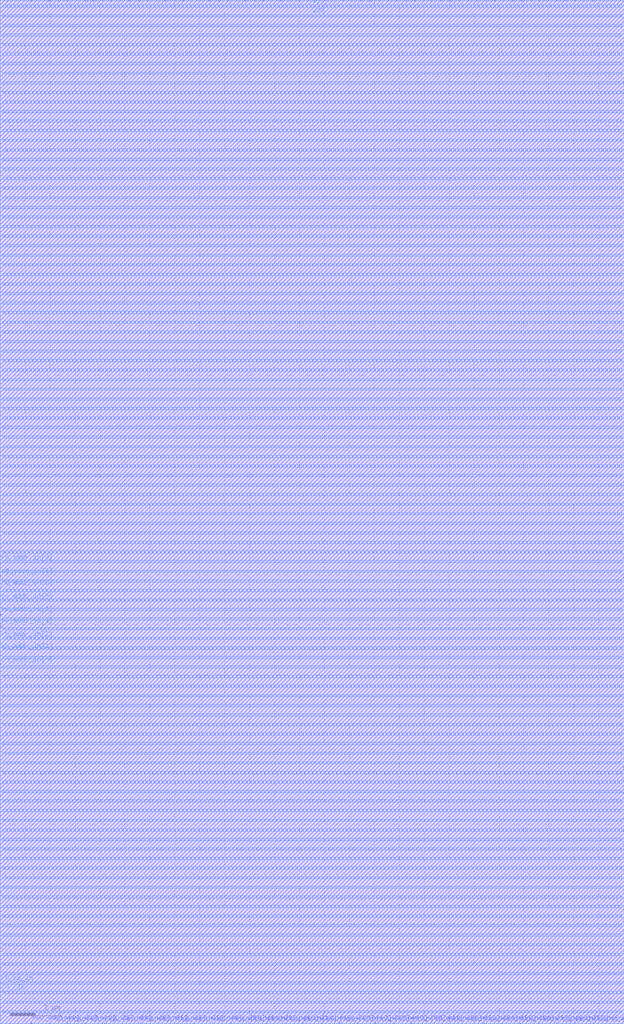
<source format=lef>
# Generated by OpenFakeRAM
VERSION 5.7 ;
BUSBITCHARS "[]" ;
PROPERTYDEFINITIONS
  MACRO width INTEGER ;
  MACRO depth INTEGER ;
  MACRO banks INTEGER ;
END PROPERTYDEFINITIONS
MACRO fakeram_1rw1r_32w384d_8wm_sram
  PROPERTY width 32 ;
  PROPERTY depth 384 ;
  PROPERTY banks 1 ;
  FOREIGN fakeram_1rw1r_32w384d_8wm_sram 0 0 ;
  SYMMETRY X Y R90 ;
  SIZE 25.020 BY 41.040 ;
  CLASS BLOCK ;
  PIN r0_clk
    DIRECTION INPUT ;
    USE SIGNAL ;
    SHAPE ABUTMENT ;
    PORT
      LAYER M4 ;
      RECT 0.000 1.236 0.048 1.260 ;
    END
  END r0_clk
  PIN r0_ce_in
    DIRECTION INPUT ;
    USE SIGNAL ;
    SHAPE ABUTMENT ;
    PORT
      LAYER M4 ;
      RECT 0.000 1.620 0.048 1.644 ;
    END
  END r0_ce_in
  PIN r0_addr_in[0]
    DIRECTION INPUT ;
    USE SIGNAL ;
    SHAPE ABUTMENT ;
    PORT
      LAYER M4 ;
      RECT 0.000 14.388 0.048 14.412 ;
    END
  END r0_addr_in[0]
  PIN r0_addr_in[1]
    DIRECTION INPUT ;
    USE SIGNAL ;
    SHAPE ABUTMENT ;
    PORT
      LAYER M4 ;
      RECT 0.000 14.916 0.048 14.940 ;
    END
  END r0_addr_in[1]
  PIN r0_addr_in[2]
    DIRECTION INPUT ;
    USE SIGNAL ;
    SHAPE ABUTMENT ;
    PORT
      LAYER M4 ;
      RECT 0.000 15.396 0.048 15.420 ;
    END
  END r0_addr_in[2]
  PIN r0_addr_in[3]
    DIRECTION INPUT ;
    USE SIGNAL ;
    SHAPE ABUTMENT ;
    PORT
      LAYER M4 ;
      RECT 0.000 15.924 0.048 15.948 ;
    END
  END r0_addr_in[3]
  PIN r0_addr_in[4]
    DIRECTION INPUT ;
    USE SIGNAL ;
    SHAPE ABUTMENT ;
    PORT
      LAYER M4 ;
      RECT 0.000 16.404 0.048 16.428 ;
    END
  END r0_addr_in[4]
  PIN r0_addr_in[5]
    DIRECTION INPUT ;
    USE SIGNAL ;
    SHAPE ABUTMENT ;
    PORT
      LAYER M4 ;
      RECT 0.000 16.932 0.048 16.956 ;
    END
  END r0_addr_in[5]
  PIN r0_addr_in[6]
    DIRECTION INPUT ;
    USE SIGNAL ;
    SHAPE ABUTMENT ;
    PORT
      LAYER M4 ;
      RECT 0.000 17.460 0.048 17.484 ;
    END
  END r0_addr_in[6]
  PIN r0_addr_in[7]
    DIRECTION INPUT ;
    USE SIGNAL ;
    SHAPE ABUTMENT ;
    PORT
      LAYER M4 ;
      RECT 0.000 17.940 0.048 17.964 ;
    END
  END r0_addr_in[7]
  PIN r0_addr_in[8]
    DIRECTION INPUT ;
    USE SIGNAL ;
    SHAPE ABUTMENT ;
    PORT
      LAYER M4 ;
      RECT 0.000 18.468 0.048 18.492 ;
    END
  END r0_addr_in[8]
  PIN rw0_rd_out[0]
    DIRECTION OUTPUT ;
    USE SIGNAL ;
    SHAPE ABUTMENT ;
    PORT
      LAYER M3 ;
      RECT 1.251 41.004 1.269 41.040 ;
    END
  END rw0_rd_out[0]
  PIN r0_rd_out[0]
    DIRECTION OUTPUT ;
    USE SIGNAL ;
    SHAPE ABUTMENT ;
    PORT
      LAYER M3 ;
      RECT 1.611 41.004 1.629 41.040 ;
    END
  END r0_rd_out[0]
  PIN rw0_rd_out[1]
    DIRECTION OUTPUT ;
    USE SIGNAL ;
    SHAPE ABUTMENT ;
    PORT
      LAYER M3 ;
      RECT 1.971 41.004 1.989 41.040 ;
    END
  END rw0_rd_out[1]
  PIN r0_rd_out[1]
    DIRECTION OUTPUT ;
    USE SIGNAL ;
    SHAPE ABUTMENT ;
    PORT
      LAYER M3 ;
      RECT 2.331 41.004 2.349 41.040 ;
    END
  END r0_rd_out[1]
  PIN rw0_rd_out[2]
    DIRECTION OUTPUT ;
    USE SIGNAL ;
    SHAPE ABUTMENT ;
    PORT
      LAYER M3 ;
      RECT 2.691 41.004 2.709 41.040 ;
    END
  END rw0_rd_out[2]
  PIN r0_rd_out[2]
    DIRECTION OUTPUT ;
    USE SIGNAL ;
    SHAPE ABUTMENT ;
    PORT
      LAYER M3 ;
      RECT 3.051 41.004 3.069 41.040 ;
    END
  END r0_rd_out[2]
  PIN rw0_rd_out[3]
    DIRECTION OUTPUT ;
    USE SIGNAL ;
    SHAPE ABUTMENT ;
    PORT
      LAYER M3 ;
      RECT 3.411 41.004 3.429 41.040 ;
    END
  END rw0_rd_out[3]
  PIN r0_rd_out[3]
    DIRECTION OUTPUT ;
    USE SIGNAL ;
    SHAPE ABUTMENT ;
    PORT
      LAYER M3 ;
      RECT 3.735 41.004 3.753 41.040 ;
    END
  END r0_rd_out[3]
  PIN rw0_rd_out[4]
    DIRECTION OUTPUT ;
    USE SIGNAL ;
    SHAPE ABUTMENT ;
    PORT
      LAYER M3 ;
      RECT 4.095 41.004 4.113 41.040 ;
    END
  END rw0_rd_out[4]
  PIN r0_rd_out[4]
    DIRECTION OUTPUT ;
    USE SIGNAL ;
    SHAPE ABUTMENT ;
    PORT
      LAYER M3 ;
      RECT 4.455 41.004 4.473 41.040 ;
    END
  END r0_rd_out[4]
  PIN rw0_rd_out[5]
    DIRECTION OUTPUT ;
    USE SIGNAL ;
    SHAPE ABUTMENT ;
    PORT
      LAYER M3 ;
      RECT 4.815 41.004 4.833 41.040 ;
    END
  END rw0_rd_out[5]
  PIN r0_rd_out[5]
    DIRECTION OUTPUT ;
    USE SIGNAL ;
    SHAPE ABUTMENT ;
    PORT
      LAYER M3 ;
      RECT 5.175 41.004 5.193 41.040 ;
    END
  END r0_rd_out[5]
  PIN rw0_rd_out[6]
    DIRECTION OUTPUT ;
    USE SIGNAL ;
    SHAPE ABUTMENT ;
    PORT
      LAYER M3 ;
      RECT 5.535 41.004 5.553 41.040 ;
    END
  END rw0_rd_out[6]
  PIN r0_rd_out[6]
    DIRECTION OUTPUT ;
    USE SIGNAL ;
    SHAPE ABUTMENT ;
    PORT
      LAYER M3 ;
      RECT 5.895 41.004 5.913 41.040 ;
    END
  END r0_rd_out[6]
  PIN rw0_rd_out[7]
    DIRECTION OUTPUT ;
    USE SIGNAL ;
    SHAPE ABUTMENT ;
    PORT
      LAYER M3 ;
      RECT 6.255 41.004 6.273 41.040 ;
    END
  END rw0_rd_out[7]
  PIN r0_rd_out[7]
    DIRECTION OUTPUT ;
    USE SIGNAL ;
    SHAPE ABUTMENT ;
    PORT
      LAYER M3 ;
      RECT 6.615 41.004 6.633 41.040 ;
    END
  END r0_rd_out[7]
  PIN rw0_rd_out[8]
    DIRECTION OUTPUT ;
    USE SIGNAL ;
    SHAPE ABUTMENT ;
    PORT
      LAYER M3 ;
      RECT 6.975 41.004 6.993 41.040 ;
    END
  END rw0_rd_out[8]
  PIN r0_rd_out[8]
    DIRECTION OUTPUT ;
    USE SIGNAL ;
    SHAPE ABUTMENT ;
    PORT
      LAYER M3 ;
      RECT 7.335 41.004 7.353 41.040 ;
    END
  END r0_rd_out[8]
  PIN rw0_rd_out[9]
    DIRECTION OUTPUT ;
    USE SIGNAL ;
    SHAPE ABUTMENT ;
    PORT
      LAYER M3 ;
      RECT 7.695 41.004 7.713 41.040 ;
    END
  END rw0_rd_out[9]
  PIN r0_rd_out[9]
    DIRECTION OUTPUT ;
    USE SIGNAL ;
    SHAPE ABUTMENT ;
    PORT
      LAYER M3 ;
      RECT 8.019 41.004 8.037 41.040 ;
    END
  END r0_rd_out[9]
  PIN rw0_rd_out[10]
    DIRECTION OUTPUT ;
    USE SIGNAL ;
    SHAPE ABUTMENT ;
    PORT
      LAYER M3 ;
      RECT 8.379 41.004 8.397 41.040 ;
    END
  END rw0_rd_out[10]
  PIN r0_rd_out[10]
    DIRECTION OUTPUT ;
    USE SIGNAL ;
    SHAPE ABUTMENT ;
    PORT
      LAYER M3 ;
      RECT 8.739 41.004 8.757 41.040 ;
    END
  END r0_rd_out[10]
  PIN rw0_rd_out[11]
    DIRECTION OUTPUT ;
    USE SIGNAL ;
    SHAPE ABUTMENT ;
    PORT
      LAYER M3 ;
      RECT 9.099 41.004 9.117 41.040 ;
    END
  END rw0_rd_out[11]
  PIN r0_rd_out[11]
    DIRECTION OUTPUT ;
    USE SIGNAL ;
    SHAPE ABUTMENT ;
    PORT
      LAYER M3 ;
      RECT 9.459 41.004 9.477 41.040 ;
    END
  END r0_rd_out[11]
  PIN rw0_rd_out[12]
    DIRECTION OUTPUT ;
    USE SIGNAL ;
    SHAPE ABUTMENT ;
    PORT
      LAYER M3 ;
      RECT 9.819 41.004 9.837 41.040 ;
    END
  END rw0_rd_out[12]
  PIN r0_rd_out[12]
    DIRECTION OUTPUT ;
    USE SIGNAL ;
    SHAPE ABUTMENT ;
    PORT
      LAYER M3 ;
      RECT 10.179 41.004 10.197 41.040 ;
    END
  END r0_rd_out[12]
  PIN rw0_rd_out[13]
    DIRECTION OUTPUT ;
    USE SIGNAL ;
    SHAPE ABUTMENT ;
    PORT
      LAYER M3 ;
      RECT 10.539 41.004 10.557 41.040 ;
    END
  END rw0_rd_out[13]
  PIN r0_rd_out[13]
    DIRECTION OUTPUT ;
    USE SIGNAL ;
    SHAPE ABUTMENT ;
    PORT
      LAYER M3 ;
      RECT 10.899 41.004 10.917 41.040 ;
    END
  END r0_rd_out[13]
  PIN rw0_rd_out[14]
    DIRECTION OUTPUT ;
    USE SIGNAL ;
    SHAPE ABUTMENT ;
    PORT
      LAYER M3 ;
      RECT 11.259 41.004 11.277 41.040 ;
    END
  END rw0_rd_out[14]
  PIN r0_rd_out[14]
    DIRECTION OUTPUT ;
    USE SIGNAL ;
    SHAPE ABUTMENT ;
    PORT
      LAYER M3 ;
      RECT 11.619 41.004 11.637 41.040 ;
    END
  END r0_rd_out[14]
  PIN rw0_rd_out[15]
    DIRECTION OUTPUT ;
    USE SIGNAL ;
    SHAPE ABUTMENT ;
    PORT
      LAYER M3 ;
      RECT 11.979 41.004 11.997 41.040 ;
    END
  END rw0_rd_out[15]
  PIN r0_rd_out[15]
    DIRECTION OUTPUT ;
    USE SIGNAL ;
    SHAPE ABUTMENT ;
    PORT
      LAYER M3 ;
      RECT 12.339 41.004 12.357 41.040 ;
    END
  END r0_rd_out[15]
  PIN rw0_rd_out[16]
    DIRECTION OUTPUT ;
    USE SIGNAL ;
    SHAPE ABUTMENT ;
    PORT
      LAYER M3 ;
      RECT 12.663 41.004 12.681 41.040 ;
    END
  END rw0_rd_out[16]
  PIN r0_rd_out[16]
    DIRECTION OUTPUT ;
    USE SIGNAL ;
    SHAPE ABUTMENT ;
    PORT
      LAYER M3 ;
      RECT 13.023 41.004 13.041 41.040 ;
    END
  END r0_rd_out[16]
  PIN rw0_rd_out[17]
    DIRECTION OUTPUT ;
    USE SIGNAL ;
    SHAPE ABUTMENT ;
    PORT
      LAYER M3 ;
      RECT 13.383 41.004 13.401 41.040 ;
    END
  END rw0_rd_out[17]
  PIN r0_rd_out[17]
    DIRECTION OUTPUT ;
    USE SIGNAL ;
    SHAPE ABUTMENT ;
    PORT
      LAYER M3 ;
      RECT 13.743 41.004 13.761 41.040 ;
    END
  END r0_rd_out[17]
  PIN rw0_rd_out[18]
    DIRECTION OUTPUT ;
    USE SIGNAL ;
    SHAPE ABUTMENT ;
    PORT
      LAYER M3 ;
      RECT 14.103 41.004 14.121 41.040 ;
    END
  END rw0_rd_out[18]
  PIN r0_rd_out[18]
    DIRECTION OUTPUT ;
    USE SIGNAL ;
    SHAPE ABUTMENT ;
    PORT
      LAYER M3 ;
      RECT 14.463 41.004 14.481 41.040 ;
    END
  END r0_rd_out[18]
  PIN rw0_rd_out[19]
    DIRECTION OUTPUT ;
    USE SIGNAL ;
    SHAPE ABUTMENT ;
    PORT
      LAYER M3 ;
      RECT 14.823 41.004 14.841 41.040 ;
    END
  END rw0_rd_out[19]
  PIN r0_rd_out[19]
    DIRECTION OUTPUT ;
    USE SIGNAL ;
    SHAPE ABUTMENT ;
    PORT
      LAYER M3 ;
      RECT 15.183 41.004 15.201 41.040 ;
    END
  END r0_rd_out[19]
  PIN rw0_rd_out[20]
    DIRECTION OUTPUT ;
    USE SIGNAL ;
    SHAPE ABUTMENT ;
    PORT
      LAYER M3 ;
      RECT 15.543 41.004 15.561 41.040 ;
    END
  END rw0_rd_out[20]
  PIN r0_rd_out[20]
    DIRECTION OUTPUT ;
    USE SIGNAL ;
    SHAPE ABUTMENT ;
    PORT
      LAYER M3 ;
      RECT 15.903 41.004 15.921 41.040 ;
    END
  END r0_rd_out[20]
  PIN rw0_rd_out[21]
    DIRECTION OUTPUT ;
    USE SIGNAL ;
    SHAPE ABUTMENT ;
    PORT
      LAYER M3 ;
      RECT 16.263 41.004 16.281 41.040 ;
    END
  END rw0_rd_out[21]
  PIN r0_rd_out[21]
    DIRECTION OUTPUT ;
    USE SIGNAL ;
    SHAPE ABUTMENT ;
    PORT
      LAYER M3 ;
      RECT 16.623 41.004 16.641 41.040 ;
    END
  END r0_rd_out[21]
  PIN rw0_rd_out[22]
    DIRECTION OUTPUT ;
    USE SIGNAL ;
    SHAPE ABUTMENT ;
    PORT
      LAYER M3 ;
      RECT 16.983 41.004 17.001 41.040 ;
    END
  END rw0_rd_out[22]
  PIN r0_rd_out[22]
    DIRECTION OUTPUT ;
    USE SIGNAL ;
    SHAPE ABUTMENT ;
    PORT
      LAYER M3 ;
      RECT 17.307 41.004 17.325 41.040 ;
    END
  END r0_rd_out[22]
  PIN rw0_rd_out[23]
    DIRECTION OUTPUT ;
    USE SIGNAL ;
    SHAPE ABUTMENT ;
    PORT
      LAYER M3 ;
      RECT 17.667 41.004 17.685 41.040 ;
    END
  END rw0_rd_out[23]
  PIN r0_rd_out[23]
    DIRECTION OUTPUT ;
    USE SIGNAL ;
    SHAPE ABUTMENT ;
    PORT
      LAYER M3 ;
      RECT 18.027 41.004 18.045 41.040 ;
    END
  END r0_rd_out[23]
  PIN rw0_rd_out[24]
    DIRECTION OUTPUT ;
    USE SIGNAL ;
    SHAPE ABUTMENT ;
    PORT
      LAYER M3 ;
      RECT 18.387 41.004 18.405 41.040 ;
    END
  END rw0_rd_out[24]
  PIN r0_rd_out[24]
    DIRECTION OUTPUT ;
    USE SIGNAL ;
    SHAPE ABUTMENT ;
    PORT
      LAYER M3 ;
      RECT 18.747 41.004 18.765 41.040 ;
    END
  END r0_rd_out[24]
  PIN rw0_rd_out[25]
    DIRECTION OUTPUT ;
    USE SIGNAL ;
    SHAPE ABUTMENT ;
    PORT
      LAYER M3 ;
      RECT 19.107 41.004 19.125 41.040 ;
    END
  END rw0_rd_out[25]
  PIN r0_rd_out[25]
    DIRECTION OUTPUT ;
    USE SIGNAL ;
    SHAPE ABUTMENT ;
    PORT
      LAYER M3 ;
      RECT 19.467 41.004 19.485 41.040 ;
    END
  END r0_rd_out[25]
  PIN rw0_rd_out[26]
    DIRECTION OUTPUT ;
    USE SIGNAL ;
    SHAPE ABUTMENT ;
    PORT
      LAYER M3 ;
      RECT 19.827 41.004 19.845 41.040 ;
    END
  END rw0_rd_out[26]
  PIN r0_rd_out[26]
    DIRECTION OUTPUT ;
    USE SIGNAL ;
    SHAPE ABUTMENT ;
    PORT
      LAYER M3 ;
      RECT 20.187 41.004 20.205 41.040 ;
    END
  END r0_rd_out[26]
  PIN rw0_rd_out[27]
    DIRECTION OUTPUT ;
    USE SIGNAL ;
    SHAPE ABUTMENT ;
    PORT
      LAYER M3 ;
      RECT 20.547 41.004 20.565 41.040 ;
    END
  END rw0_rd_out[27]
  PIN r0_rd_out[27]
    DIRECTION OUTPUT ;
    USE SIGNAL ;
    SHAPE ABUTMENT ;
    PORT
      LAYER M3 ;
      RECT 20.907 41.004 20.925 41.040 ;
    END
  END r0_rd_out[27]
  PIN rw0_rd_out[28]
    DIRECTION OUTPUT ;
    USE SIGNAL ;
    SHAPE ABUTMENT ;
    PORT
      LAYER M3 ;
      RECT 21.267 41.004 21.285 41.040 ;
    END
  END rw0_rd_out[28]
  PIN r0_rd_out[28]
    DIRECTION OUTPUT ;
    USE SIGNAL ;
    SHAPE ABUTMENT ;
    PORT
      LAYER M3 ;
      RECT 21.591 41.004 21.609 41.040 ;
    END
  END r0_rd_out[28]
  PIN rw0_rd_out[29]
    DIRECTION OUTPUT ;
    USE SIGNAL ;
    SHAPE ABUTMENT ;
    PORT
      LAYER M3 ;
      RECT 21.951 41.004 21.969 41.040 ;
    END
  END rw0_rd_out[29]
  PIN r0_rd_out[29]
    DIRECTION OUTPUT ;
    USE SIGNAL ;
    SHAPE ABUTMENT ;
    PORT
      LAYER M3 ;
      RECT 22.311 41.004 22.329 41.040 ;
    END
  END r0_rd_out[29]
  PIN rw0_rd_out[30]
    DIRECTION OUTPUT ;
    USE SIGNAL ;
    SHAPE ABUTMENT ;
    PORT
      LAYER M3 ;
      RECT 22.671 41.004 22.689 41.040 ;
    END
  END rw0_rd_out[30]
  PIN r0_rd_out[30]
    DIRECTION OUTPUT ;
    USE SIGNAL ;
    SHAPE ABUTMENT ;
    PORT
      LAYER M3 ;
      RECT 23.031 41.004 23.049 41.040 ;
    END
  END r0_rd_out[30]
  PIN rw0_rd_out[31]
    DIRECTION OUTPUT ;
    USE SIGNAL ;
    SHAPE ABUTMENT ;
    PORT
      LAYER M3 ;
      RECT 23.391 41.004 23.409 41.040 ;
    END
  END rw0_rd_out[31]
  PIN r0_rd_out[31]
    DIRECTION OUTPUT ;
    USE SIGNAL ;
    SHAPE ABUTMENT ;
    PORT
      LAYER M3 ;
      RECT 23.751 41.004 23.769 41.040 ;
    END
  END r0_rd_out[31]
  PIN rw0_clk
    DIRECTION INPUT ;
    USE SIGNAL ;
    SHAPE ABUTMENT ;
    PORT
      LAYER M4 ;
      RECT 24.972 36.948 25.020 36.972 ;
    END
  END rw0_clk
  PIN rw0_ce_in
    DIRECTION INPUT ;
    USE SIGNAL ;
    SHAPE ABUTMENT ;
    PORT
      LAYER M4 ;
      RECT 24.972 37.332 25.020 37.356 ;
    END
  END rw0_ce_in
  PIN rw0_we_in
    DIRECTION INPUT ;
    USE SIGNAL ;
    SHAPE ABUTMENT ;
    PORT
      LAYER M4 ;
      RECT 24.972 37.716 25.020 37.740 ;
    END
  END rw0_we_in
  PIN rw0_addr_in[0]
    DIRECTION INPUT ;
    USE SIGNAL ;
    SHAPE ABUTMENT ;
    PORT
      LAYER M4 ;
      RECT 24.972 6.180 25.020 6.204 ;
    END
  END rw0_addr_in[0]
  PIN rw0_addr_in[1]
    DIRECTION INPUT ;
    USE SIGNAL ;
    SHAPE ABUTMENT ;
    PORT
      LAYER M4 ;
      RECT 24.972 6.708 25.020 6.732 ;
    END
  END rw0_addr_in[1]
  PIN rw0_addr_in[2]
    DIRECTION INPUT ;
    USE SIGNAL ;
    SHAPE ABUTMENT ;
    PORT
      LAYER M4 ;
      RECT 24.972 7.188 25.020 7.212 ;
    END
  END rw0_addr_in[2]
  PIN rw0_addr_in[3]
    DIRECTION INPUT ;
    USE SIGNAL ;
    SHAPE ABUTMENT ;
    PORT
      LAYER M4 ;
      RECT 24.972 7.716 25.020 7.740 ;
    END
  END rw0_addr_in[3]
  PIN rw0_addr_in[4]
    DIRECTION INPUT ;
    USE SIGNAL ;
    SHAPE ABUTMENT ;
    PORT
      LAYER M4 ;
      RECT 24.972 8.196 25.020 8.220 ;
    END
  END rw0_addr_in[4]
  PIN rw0_addr_in[5]
    DIRECTION INPUT ;
    USE SIGNAL ;
    SHAPE ABUTMENT ;
    PORT
      LAYER M4 ;
      RECT 24.972 8.724 25.020 8.748 ;
    END
  END rw0_addr_in[5]
  PIN rw0_addr_in[6]
    DIRECTION INPUT ;
    USE SIGNAL ;
    SHAPE ABUTMENT ;
    PORT
      LAYER M4 ;
      RECT 24.972 9.252 25.020 9.276 ;
    END
  END rw0_addr_in[6]
  PIN rw0_addr_in[7]
    DIRECTION INPUT ;
    USE SIGNAL ;
    SHAPE ABUTMENT ;
    PORT
      LAYER M4 ;
      RECT 24.972 9.732 25.020 9.756 ;
    END
  END rw0_addr_in[7]
  PIN rw0_addr_in[8]
    DIRECTION INPUT ;
    USE SIGNAL ;
    SHAPE ABUTMENT ;
    PORT
      LAYER M4 ;
      RECT 24.972 10.260 25.020 10.284 ;
    END
  END rw0_addr_in[8]
  PIN rw0_wmask_in[0]
    DIRECTION INPUT ;
    USE SIGNAL ;
    SHAPE ABUTMENT ;
    PORT
      LAYER M4 ;
      RECT 24.972 1.236 25.020 1.260 ;
    END
  END rw0_wmask_in[0]
  PIN rw0_wmask_in[1]
    DIRECTION INPUT ;
    USE SIGNAL ;
    SHAPE ABUTMENT ;
    PORT
      LAYER M4 ;
      RECT 24.972 2.052 25.020 2.076 ;
    END
  END rw0_wmask_in[1]
  PIN rw0_wmask_in[2]
    DIRECTION INPUT ;
    USE SIGNAL ;
    SHAPE ABUTMENT ;
    PORT
      LAYER M4 ;
      RECT 24.972 2.868 25.020 2.892 ;
    END
  END rw0_wmask_in[2]
  PIN rw0_wmask_in[3]
    DIRECTION INPUT ;
    USE SIGNAL ;
    SHAPE ABUTMENT ;
    PORT
      LAYER M4 ;
      RECT 24.972 3.684 25.020 3.708 ;
    END
  END rw0_wmask_in[3]
  PIN rw0_wd_in[0]
    DIRECTION INPUT ;
    USE SIGNAL ;
    SHAPE ABUTMENT ;
    PORT
      LAYER M3 ;
      RECT 1.251 0.000 1.269 0.036 ;
    END
  END rw0_wd_in[0]
  PIN rw0_wd_in[1]
    DIRECTION INPUT ;
    USE SIGNAL ;
    SHAPE ABUTMENT ;
    PORT
      LAYER M3 ;
      RECT 1.971 0.000 1.989 0.036 ;
    END
  END rw0_wd_in[1]
  PIN rw0_wd_in[2]
    DIRECTION INPUT ;
    USE SIGNAL ;
    SHAPE ABUTMENT ;
    PORT
      LAYER M3 ;
      RECT 2.691 0.000 2.709 0.036 ;
    END
  END rw0_wd_in[2]
  PIN rw0_wd_in[3]
    DIRECTION INPUT ;
    USE SIGNAL ;
    SHAPE ABUTMENT ;
    PORT
      LAYER M3 ;
      RECT 3.411 0.000 3.429 0.036 ;
    END
  END rw0_wd_in[3]
  PIN rw0_wd_in[4]
    DIRECTION INPUT ;
    USE SIGNAL ;
    SHAPE ABUTMENT ;
    PORT
      LAYER M3 ;
      RECT 4.167 0.000 4.185 0.036 ;
    END
  END rw0_wd_in[4]
  PIN rw0_wd_in[5]
    DIRECTION INPUT ;
    USE SIGNAL ;
    SHAPE ABUTMENT ;
    PORT
      LAYER M3 ;
      RECT 4.887 0.000 4.905 0.036 ;
    END
  END rw0_wd_in[5]
  PIN rw0_wd_in[6]
    DIRECTION INPUT ;
    USE SIGNAL ;
    SHAPE ABUTMENT ;
    PORT
      LAYER M3 ;
      RECT 5.607 0.000 5.625 0.036 ;
    END
  END rw0_wd_in[6]
  PIN rw0_wd_in[7]
    DIRECTION INPUT ;
    USE SIGNAL ;
    SHAPE ABUTMENT ;
    PORT
      LAYER M3 ;
      RECT 6.327 0.000 6.345 0.036 ;
    END
  END rw0_wd_in[7]
  PIN rw0_wd_in[8]
    DIRECTION INPUT ;
    USE SIGNAL ;
    SHAPE ABUTMENT ;
    PORT
      LAYER M3 ;
      RECT 7.047 0.000 7.065 0.036 ;
    END
  END rw0_wd_in[8]
  PIN rw0_wd_in[9]
    DIRECTION INPUT ;
    USE SIGNAL ;
    SHAPE ABUTMENT ;
    PORT
      LAYER M3 ;
      RECT 7.767 0.000 7.785 0.036 ;
    END
  END rw0_wd_in[9]
  PIN rw0_wd_in[10]
    DIRECTION INPUT ;
    USE SIGNAL ;
    SHAPE ABUTMENT ;
    PORT
      LAYER M3 ;
      RECT 8.523 0.000 8.541 0.036 ;
    END
  END rw0_wd_in[10]
  PIN rw0_wd_in[11]
    DIRECTION INPUT ;
    USE SIGNAL ;
    SHAPE ABUTMENT ;
    PORT
      LAYER M3 ;
      RECT 9.243 0.000 9.261 0.036 ;
    END
  END rw0_wd_in[11]
  PIN rw0_wd_in[12]
    DIRECTION INPUT ;
    USE SIGNAL ;
    SHAPE ABUTMENT ;
    PORT
      LAYER M3 ;
      RECT 9.963 0.000 9.981 0.036 ;
    END
  END rw0_wd_in[12]
  PIN rw0_wd_in[13]
    DIRECTION INPUT ;
    USE SIGNAL ;
    SHAPE ABUTMENT ;
    PORT
      LAYER M3 ;
      RECT 10.683 0.000 10.701 0.036 ;
    END
  END rw0_wd_in[13]
  PIN rw0_wd_in[14]
    DIRECTION INPUT ;
    USE SIGNAL ;
    SHAPE ABUTMENT ;
    PORT
      LAYER M3 ;
      RECT 11.403 0.000 11.421 0.036 ;
    END
  END rw0_wd_in[14]
  PIN rw0_wd_in[15]
    DIRECTION INPUT ;
    USE SIGNAL ;
    SHAPE ABUTMENT ;
    PORT
      LAYER M3 ;
      RECT 12.123 0.000 12.141 0.036 ;
    END
  END rw0_wd_in[15]
  PIN rw0_wd_in[16]
    DIRECTION INPUT ;
    USE SIGNAL ;
    SHAPE ABUTMENT ;
    PORT
      LAYER M3 ;
      RECT 12.879 0.000 12.897 0.036 ;
    END
  END rw0_wd_in[16]
  PIN rw0_wd_in[17]
    DIRECTION INPUT ;
    USE SIGNAL ;
    SHAPE ABUTMENT ;
    PORT
      LAYER M3 ;
      RECT 13.599 0.000 13.617 0.036 ;
    END
  END rw0_wd_in[17]
  PIN rw0_wd_in[18]
    DIRECTION INPUT ;
    USE SIGNAL ;
    SHAPE ABUTMENT ;
    PORT
      LAYER M3 ;
      RECT 14.319 0.000 14.337 0.036 ;
    END
  END rw0_wd_in[18]
  PIN rw0_wd_in[19]
    DIRECTION INPUT ;
    USE SIGNAL ;
    SHAPE ABUTMENT ;
    PORT
      LAYER M3 ;
      RECT 15.039 0.000 15.057 0.036 ;
    END
  END rw0_wd_in[19]
  PIN rw0_wd_in[20]
    DIRECTION INPUT ;
    USE SIGNAL ;
    SHAPE ABUTMENT ;
    PORT
      LAYER M3 ;
      RECT 15.759 0.000 15.777 0.036 ;
    END
  END rw0_wd_in[20]
  PIN rw0_wd_in[21]
    DIRECTION INPUT ;
    USE SIGNAL ;
    SHAPE ABUTMENT ;
    PORT
      LAYER M3 ;
      RECT 16.479 0.000 16.497 0.036 ;
    END
  END rw0_wd_in[21]
  PIN rw0_wd_in[22]
    DIRECTION INPUT ;
    USE SIGNAL ;
    SHAPE ABUTMENT ;
    PORT
      LAYER M3 ;
      RECT 17.235 0.000 17.253 0.036 ;
    END
  END rw0_wd_in[22]
  PIN rw0_wd_in[23]
    DIRECTION INPUT ;
    USE SIGNAL ;
    SHAPE ABUTMENT ;
    PORT
      LAYER M3 ;
      RECT 17.955 0.000 17.973 0.036 ;
    END
  END rw0_wd_in[23]
  PIN rw0_wd_in[24]
    DIRECTION INPUT ;
    USE SIGNAL ;
    SHAPE ABUTMENT ;
    PORT
      LAYER M3 ;
      RECT 18.675 0.000 18.693 0.036 ;
    END
  END rw0_wd_in[24]
  PIN rw0_wd_in[25]
    DIRECTION INPUT ;
    USE SIGNAL ;
    SHAPE ABUTMENT ;
    PORT
      LAYER M3 ;
      RECT 19.395 0.000 19.413 0.036 ;
    END
  END rw0_wd_in[25]
  PIN rw0_wd_in[26]
    DIRECTION INPUT ;
    USE SIGNAL ;
    SHAPE ABUTMENT ;
    PORT
      LAYER M3 ;
      RECT 20.115 0.000 20.133 0.036 ;
    END
  END rw0_wd_in[26]
  PIN rw0_wd_in[27]
    DIRECTION INPUT ;
    USE SIGNAL ;
    SHAPE ABUTMENT ;
    PORT
      LAYER M3 ;
      RECT 20.835 0.000 20.853 0.036 ;
    END
  END rw0_wd_in[27]
  PIN rw0_wd_in[28]
    DIRECTION INPUT ;
    USE SIGNAL ;
    SHAPE ABUTMENT ;
    PORT
      LAYER M3 ;
      RECT 21.591 0.000 21.609 0.036 ;
    END
  END rw0_wd_in[28]
  PIN rw0_wd_in[29]
    DIRECTION INPUT ;
    USE SIGNAL ;
    SHAPE ABUTMENT ;
    PORT
      LAYER M3 ;
      RECT 22.311 0.000 22.329 0.036 ;
    END
  END rw0_wd_in[29]
  PIN rw0_wd_in[30]
    DIRECTION INPUT ;
    USE SIGNAL ;
    SHAPE ABUTMENT ;
    PORT
      LAYER M3 ;
      RECT 23.031 0.000 23.049 0.036 ;
    END
  END rw0_wd_in[30]
  PIN rw0_wd_in[31]
    DIRECTION INPUT ;
    USE SIGNAL ;
    SHAPE ABUTMENT ;
    PORT
      LAYER M3 ;
      RECT 23.751 0.000 23.769 0.036 ;
    END
  END rw0_wd_in[31]
  PIN VSS
    DIRECTION INOUT ;
    USE GROUND ;
    PORT
      LAYER M4 ;
      RECT 0.096 0.816 24.924 0.912 ;
      RECT 0.096 1.584 24.924 1.680 ;
      RECT 0.096 2.352 24.924 2.448 ;
      RECT 0.096 3.120 24.924 3.216 ;
      RECT 0.096 3.888 24.924 3.984 ;
      RECT 0.096 4.656 24.924 4.752 ;
      RECT 0.096 5.424 24.924 5.520 ;
      RECT 0.096 6.192 24.924 6.288 ;
      RECT 0.096 6.960 24.924 7.056 ;
      RECT 0.096 7.728 24.924 7.824 ;
      RECT 0.096 8.496 24.924 8.592 ;
      RECT 0.096 9.264 24.924 9.360 ;
      RECT 0.096 10.032 24.924 10.128 ;
      RECT 0.096 10.800 24.924 10.896 ;
      RECT 0.096 11.568 24.924 11.664 ;
      RECT 0.096 12.336 24.924 12.432 ;
      RECT 0.096 13.104 24.924 13.200 ;
      RECT 0.096 13.872 24.924 13.968 ;
      RECT 0.096 14.640 24.924 14.736 ;
      RECT 0.096 15.408 24.924 15.504 ;
      RECT 0.096 16.176 24.924 16.272 ;
      RECT 0.096 16.944 24.924 17.040 ;
      RECT 0.096 17.712 24.924 17.808 ;
      RECT 0.096 18.480 24.924 18.576 ;
      RECT 0.096 19.248 24.924 19.344 ;
      RECT 0.096 20.016 24.924 20.112 ;
      RECT 0.096 20.784 24.924 20.880 ;
      RECT 0.096 21.552 24.924 21.648 ;
      RECT 0.096 22.320 24.924 22.416 ;
      RECT 0.096 23.088 24.924 23.184 ;
      RECT 0.096 23.856 24.924 23.952 ;
      RECT 0.096 24.624 24.924 24.720 ;
      RECT 0.096 25.392 24.924 25.488 ;
      RECT 0.096 26.160 24.924 26.256 ;
      RECT 0.096 26.928 24.924 27.024 ;
      RECT 0.096 27.696 24.924 27.792 ;
      RECT 0.096 28.464 24.924 28.560 ;
      RECT 0.096 29.232 24.924 29.328 ;
      RECT 0.096 30.000 24.924 30.096 ;
      RECT 0.096 30.768 24.924 30.864 ;
      RECT 0.096 31.536 24.924 31.632 ;
      RECT 0.096 32.304 24.924 32.400 ;
      RECT 0.096 33.072 24.924 33.168 ;
      RECT 0.096 33.840 24.924 33.936 ;
      RECT 0.096 34.608 24.924 34.704 ;
      RECT 0.096 35.376 24.924 35.472 ;
      RECT 0.096 36.144 24.924 36.240 ;
      RECT 0.096 36.912 24.924 37.008 ;
      RECT 0.096 37.680 24.924 37.776 ;
      RECT 0.096 38.448 24.924 38.544 ;
      RECT 0.096 39.216 24.924 39.312 ;
      RECT 0.096 39.984 24.924 40.080 ;
      RECT 0.096 40.752 24.924 40.848 ;
    END
  END VSS
  PIN VDD
    DIRECTION INOUT ;
    USE POWER ;
    PORT
      LAYER M4 ;
      RECT 0.096 0.432 24.924 0.528 ;
      RECT 0.096 1.200 24.924 1.296 ;
      RECT 0.096 1.968 24.924 2.064 ;
      RECT 0.096 2.736 24.924 2.832 ;
      RECT 0.096 3.504 24.924 3.600 ;
      RECT 0.096 4.272 24.924 4.368 ;
      RECT 0.096 5.040 24.924 5.136 ;
      RECT 0.096 5.808 24.924 5.904 ;
      RECT 0.096 6.576 24.924 6.672 ;
      RECT 0.096 7.344 24.924 7.440 ;
      RECT 0.096 8.112 24.924 8.208 ;
      RECT 0.096 8.880 24.924 8.976 ;
      RECT 0.096 9.648 24.924 9.744 ;
      RECT 0.096 10.416 24.924 10.512 ;
      RECT 0.096 11.184 24.924 11.280 ;
      RECT 0.096 11.952 24.924 12.048 ;
      RECT 0.096 12.720 24.924 12.816 ;
      RECT 0.096 13.488 24.924 13.584 ;
      RECT 0.096 14.256 24.924 14.352 ;
      RECT 0.096 15.024 24.924 15.120 ;
      RECT 0.096 15.792 24.924 15.888 ;
      RECT 0.096 16.560 24.924 16.656 ;
      RECT 0.096 17.328 24.924 17.424 ;
      RECT 0.096 18.096 24.924 18.192 ;
      RECT 0.096 18.864 24.924 18.960 ;
      RECT 0.096 19.632 24.924 19.728 ;
      RECT 0.096 20.400 24.924 20.496 ;
      RECT 0.096 21.168 24.924 21.264 ;
      RECT 0.096 21.936 24.924 22.032 ;
      RECT 0.096 22.704 24.924 22.800 ;
      RECT 0.096 23.472 24.924 23.568 ;
      RECT 0.096 24.240 24.924 24.336 ;
      RECT 0.096 25.008 24.924 25.104 ;
      RECT 0.096 25.776 24.924 25.872 ;
      RECT 0.096 26.544 24.924 26.640 ;
      RECT 0.096 27.312 24.924 27.408 ;
      RECT 0.096 28.080 24.924 28.176 ;
      RECT 0.096 28.848 24.924 28.944 ;
      RECT 0.096 29.616 24.924 29.712 ;
      RECT 0.096 30.384 24.924 30.480 ;
      RECT 0.096 31.152 24.924 31.248 ;
      RECT 0.096 31.920 24.924 32.016 ;
      RECT 0.096 32.688 24.924 32.784 ;
      RECT 0.096 33.456 24.924 33.552 ;
      RECT 0.096 34.224 24.924 34.320 ;
      RECT 0.096 34.992 24.924 35.088 ;
      RECT 0.096 35.760 24.924 35.856 ;
      RECT 0.096 36.528 24.924 36.624 ;
      RECT 0.096 37.296 24.924 37.392 ;
      RECT 0.096 38.064 24.924 38.160 ;
      RECT 0.096 38.832 24.924 38.928 ;
      RECT 0.096 39.600 24.924 39.696 ;
      RECT 0.096 40.368 24.924 40.464 ;
    END
  END VDD
  OBS
    LAYER M1 ;
    RECT 0 0 25.020 41.040 ;
    LAYER M2 ;
    RECT 0 0 25.020 41.040 ;
    LAYER M3 ;
    RECT 0 0 25.020 41.040 ;
    LAYER M4 ;
    RECT 0 0 25.020 41.040 ;
  END
END fakeram_1rw1r_32w384d_8wm_sram

END LIBRARY

</source>
